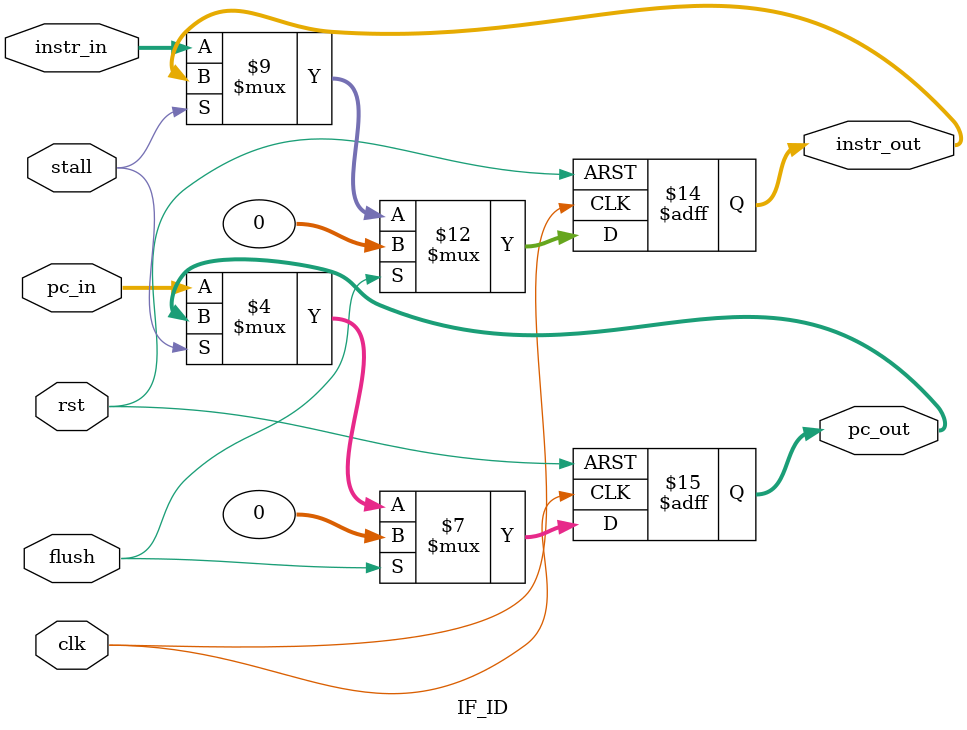
<source format=v>
module IF_ID(
    input clk,
    input rst,
    input stall,
    input flush,
    input [31:0] instr_in,
    input [31:0] pc_in,
    output reg [31:0] instr_out,
    output reg [31:0] pc_out
);

always @(posedge clk or negedge rst) begin
    if (~rst) begin
        instr_out <= 32'b0;
        pc_out    <= 32'b0;
    end else if (flush) begin
        instr_out <= 32'b0;
        pc_out    <= 32'b0;
    end else if (!stall) begin
        instr_out <= instr_in;
        pc_out    <= pc_in;
    end else begin
        //do nothing -> stall
    end
end

endmodule
</source>
